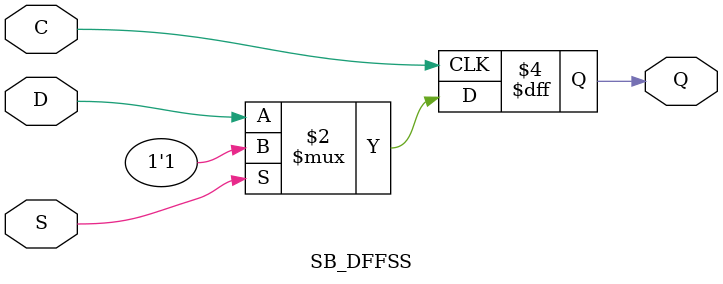
<source format=v>
/* A Verilator model
 */
module SB_DFFSS
  ( input C,D,S,
    output reg Q
    );
   initial
     Q = 1'b0;
   always @(posedge C)
       Q <= S ? 1'b1 : D;
endmodule

  

</source>
